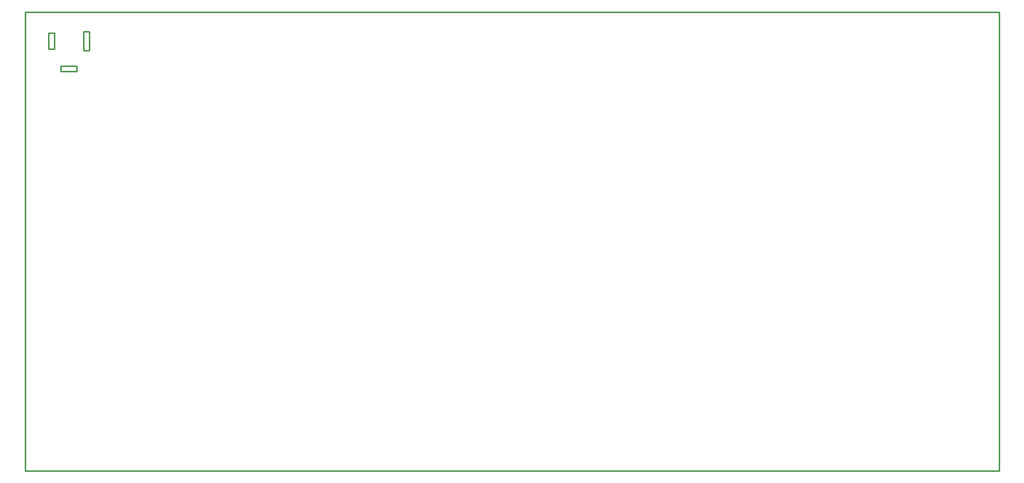
<source format=gbr>
G04 EAGLE Gerber RS-274X export*
G75*
%MOMM*%
%FSLAX34Y34*%
%LPD*%
%IN*%
%IPPOS*%
%AMOC8*
5,1,8,0,0,1.08239X$1,22.5*%
G01*
%ADD10C,0.254000*%


D10*
X0Y0D02*
X1698500Y0D01*
X1698500Y800000D01*
X0Y800000D01*
X0Y0D01*
X41200Y735300D02*
X51200Y735300D01*
X51200Y763300D01*
X41200Y763300D01*
X41200Y735300D01*
X102200Y732800D02*
X112200Y732800D01*
X112200Y765800D01*
X102200Y765800D01*
X102200Y732800D01*
X62200Y696300D02*
X90200Y696300D01*
X90200Y706300D01*
X62200Y706300D01*
X62200Y696300D01*
M02*

</source>
